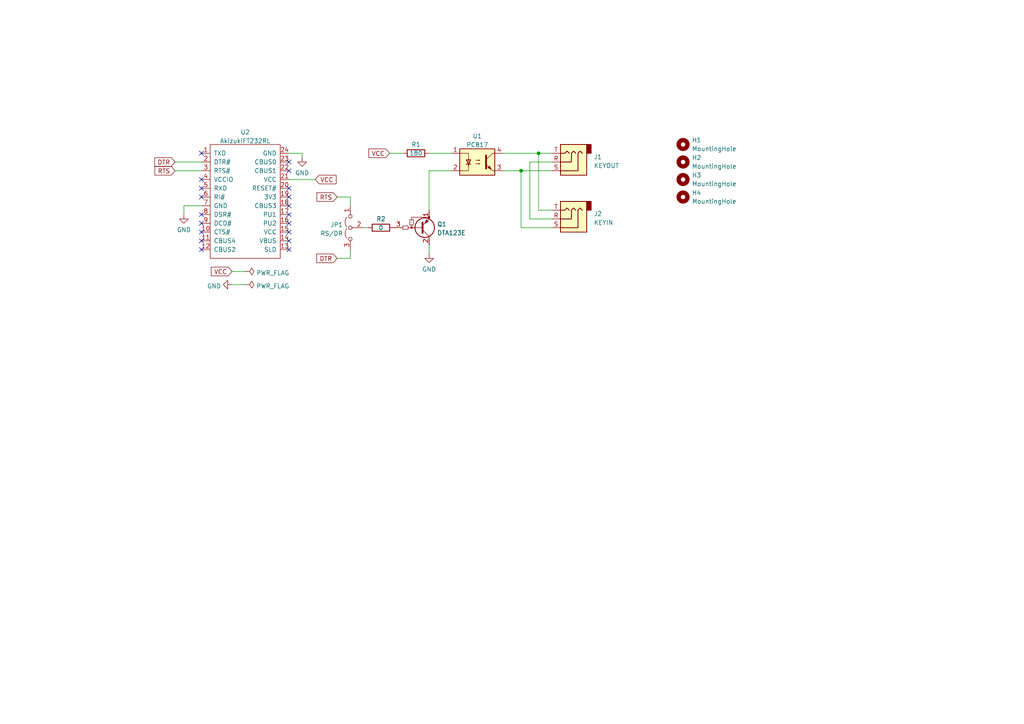
<source format=kicad_sch>
(kicad_sch (version 20211123) (generator eeschema)

  (uuid e63e39d7-6ac0-4ffd-8aa3-1841a4541b55)

  (paper "A4")

  (lib_symbols
    (symbol "Connector:AudioJack3" (in_bom yes) (on_board yes)
      (property "Reference" "J" (id 0) (at 0 8.89 0)
        (effects (font (size 1.27 1.27)))
      )
      (property "Value" "AudioJack3" (id 1) (at 0 6.35 0)
        (effects (font (size 1.27 1.27)))
      )
      (property "Footprint" "" (id 2) (at 0 0 0)
        (effects (font (size 1.27 1.27)) hide)
      )
      (property "Datasheet" "~" (id 3) (at 0 0 0)
        (effects (font (size 1.27 1.27)) hide)
      )
      (property "ki_keywords" "audio jack receptacle stereo headphones phones TRS connector" (id 4) (at 0 0 0)
        (effects (font (size 1.27 1.27)) hide)
      )
      (property "ki_description" "Audio Jack, 3 Poles (Stereo / TRS)" (id 5) (at 0 0 0)
        (effects (font (size 1.27 1.27)) hide)
      )
      (property "ki_fp_filters" "Jack*" (id 6) (at 0 0 0)
        (effects (font (size 1.27 1.27)) hide)
      )
      (symbol "AudioJack3_0_1"
        (rectangle (start -5.08 -5.08) (end -6.35 -2.54)
          (stroke (width 0.254) (type default) (color 0 0 0 0))
          (fill (type outline))
        )
        (polyline
          (pts
            (xy 0 -2.54)
            (xy 0.635 -3.175)
            (xy 1.27 -2.54)
            (xy 2.54 -2.54)
          )
          (stroke (width 0.254) (type default) (color 0 0 0 0))
          (fill (type none))
        )
        (polyline
          (pts
            (xy -1.905 -2.54)
            (xy -1.27 -3.175)
            (xy -0.635 -2.54)
            (xy -0.635 0)
            (xy 2.54 0)
          )
          (stroke (width 0.254) (type default) (color 0 0 0 0))
          (fill (type none))
        )
        (polyline
          (pts
            (xy 2.54 2.54)
            (xy -2.54 2.54)
            (xy -2.54 -2.54)
            (xy -3.175 -3.175)
            (xy -3.81 -2.54)
          )
          (stroke (width 0.254) (type default) (color 0 0 0 0))
          (fill (type none))
        )
        (rectangle (start 2.54 3.81) (end -5.08 -5.08)
          (stroke (width 0.254) (type default) (color 0 0 0 0))
          (fill (type background))
        )
      )
      (symbol "AudioJack3_1_1"
        (pin passive line (at 5.08 0 180) (length 2.54)
          (name "~" (effects (font (size 1.27 1.27))))
          (number "R" (effects (font (size 1.27 1.27))))
        )
        (pin passive line (at 5.08 2.54 180) (length 2.54)
          (name "~" (effects (font (size 1.27 1.27))))
          (number "S" (effects (font (size 1.27 1.27))))
        )
        (pin passive line (at 5.08 -2.54 180) (length 2.54)
          (name "~" (effects (font (size 1.27 1.27))))
          (number "T" (effects (font (size 1.27 1.27))))
        )
      )
    )
    (symbol "Device:Q_PNP_ECB_BRT" (pin_names hide) (in_bom yes) (on_board yes)
      (property "Reference" "Q" (id 0) (at 3.81 1.27 0)
        (effects (font (size 1.27 1.27)) (justify left))
      )
      (property "Value" "Q_PNP_ECB_BRT" (id 1) (at 3.81 -1.27 0)
        (effects (font (size 1.27 1.27)) (justify left))
      )
      (property "Footprint" "" (id 2) (at 0 0 0)
        (effects (font (size 1.27 1.27)) hide)
      )
      (property "Datasheet" "~" (id 3) (at 0 0 0)
        (effects (font (size 1.27 1.27)) hide)
      )
      (property "ki_keywords" "transistor PNP" (id 4) (at 0 0 0)
        (effects (font (size 1.27 1.27)) hide)
      )
      (property "ki_description" "PNP bias resistor transistor, emitter/collector/base" (id 5) (at 0 0 0)
        (effects (font (size 1.27 1.27)) hide)
      )
      (symbol "Q_PNP_ECB_BRT_0_1"
        (rectangle (start -6.35 0.508) (end -4.826 -0.508)
          (stroke (width 0) (type default) (color 0 0 0 0))
          (fill (type none))
        )
        (rectangle (start -4.318 -2.286) (end -3.302 -0.762)
          (stroke (width 0) (type default) (color 0 0 0 0))
          (fill (type none))
        )
        (circle (center -3.81 0) (radius 0.254)
          (stroke (width 0) (type default) (color 0 0 0 0))
          (fill (type outline))
        )
        (polyline
          (pts
            (xy -3.81 -0.762)
            (xy -3.81 0)
          )
          (stroke (width 0) (type default) (color 0 0 0 0))
          (fill (type none))
        )
        (polyline
          (pts
            (xy -0.762 0)
            (xy -4.826 0)
          )
          (stroke (width 0) (type default) (color 0 0 0 0))
          (fill (type none))
        )
        (polyline
          (pts
            (xy -0.635 1.524)
            (xy -0.635 -1.524)
          )
          (stroke (width 0.508) (type default) (color 0 0 0 0))
          (fill (type none))
        )
        (polyline
          (pts
            (xy -3.81 -2.286)
            (xy -3.81 -3.048)
            (xy 1.27 -3.048)
          )
          (stroke (width 0) (type default) (color 0 0 0 0))
          (fill (type none))
        )
        (polyline
          (pts
            (xy 1.016 -1.778)
            (xy 0.508 -2.286)
            (xy 0 -1.27)
            (xy 1.016 -1.778)
            (xy 1.016 -1.778)
          )
          (stroke (width 0) (type default) (color 0 0 0 0))
          (fill (type outline))
        )
        (circle (center 1.27 -3.048) (radius 0.254)
          (stroke (width 0) (type default) (color 0 0 0 0))
          (fill (type outline))
        )
      )
      (symbol "Q_PNP_ECB_BRT_1_1"
        (polyline
          (pts
            (xy -0.635 0.635)
            (xy 1.27 2.54)
          )
          (stroke (width 0) (type default) (color 0 0 0 0))
          (fill (type none))
        )
        (polyline
          (pts
            (xy -0.635 -0.635)
            (xy 1.27 -2.54)
            (xy 1.27 -2.54)
          )
          (stroke (width 0) (type default) (color 0 0 0 0))
          (fill (type none))
        )
        (circle (center 0 0) (radius 2.8194)
          (stroke (width 0.254) (type default) (color 0 0 0 0))
          (fill (type none))
        )
        (pin passive line (at 1.27 -5.08 90) (length 2.54)
          (name "E" (effects (font (size 1.27 1.27))))
          (number "1" (effects (font (size 1.27 1.27))))
        )
        (pin passive line (at 1.27 5.08 270) (length 2.54)
          (name "C" (effects (font (size 1.27 1.27))))
          (number "2" (effects (font (size 1.27 1.27))))
        )
        (pin input line (at -8.89 0 0) (length 2.54)
          (name "B" (effects (font (size 1.27 1.27))))
          (number "3" (effects (font (size 1.27 1.27))))
        )
      )
    )
    (symbol "Device:R" (pin_numbers hide) (pin_names (offset 0)) (in_bom yes) (on_board yes)
      (property "Reference" "R" (id 0) (at 2.032 0 90)
        (effects (font (size 1.27 1.27)))
      )
      (property "Value" "R" (id 1) (at 0 0 90)
        (effects (font (size 1.27 1.27)))
      )
      (property "Footprint" "" (id 2) (at -1.778 0 90)
        (effects (font (size 1.27 1.27)) hide)
      )
      (property "Datasheet" "~" (id 3) (at 0 0 0)
        (effects (font (size 1.27 1.27)) hide)
      )
      (property "ki_keywords" "R res resistor" (id 4) (at 0 0 0)
        (effects (font (size 1.27 1.27)) hide)
      )
      (property "ki_description" "Resistor" (id 5) (at 0 0 0)
        (effects (font (size 1.27 1.27)) hide)
      )
      (property "ki_fp_filters" "R_*" (id 6) (at 0 0 0)
        (effects (font (size 1.27 1.27)) hide)
      )
      (symbol "R_0_1"
        (rectangle (start -1.016 -2.54) (end 1.016 2.54)
          (stroke (width 0.254) (type default) (color 0 0 0 0))
          (fill (type none))
        )
      )
      (symbol "R_1_1"
        (pin passive line (at 0 3.81 270) (length 1.27)
          (name "~" (effects (font (size 1.27 1.27))))
          (number "1" (effects (font (size 1.27 1.27))))
        )
        (pin passive line (at 0 -3.81 90) (length 1.27)
          (name "~" (effects (font (size 1.27 1.27))))
          (number "2" (effects (font (size 1.27 1.27))))
        )
      )
    )
    (symbol "Isolator:TLP291" (in_bom yes) (on_board yes)
      (property "Reference" "U" (id 0) (at -5.08 5.08 0)
        (effects (font (size 1.27 1.27)) (justify left))
      )
      (property "Value" "TLP291" (id 1) (at 0 5.08 0)
        (effects (font (size 1.27 1.27)) (justify left))
      )
      (property "Footprint" "Package_SO:SOIC-4_4.55x2.6mm_P1.27mm" (id 2) (at -5.08 -5.08 0)
        (effects (font (size 1.27 1.27) italic) (justify left) hide)
      )
      (property "Datasheet" "https://toshiba.semicon-storage.com/info/docget.jsp?did=12884&prodName=TLP291" (id 3) (at 0 0 0)
        (effects (font (size 1.27 1.27)) (justify left) hide)
      )
      (property "ki_keywords" "NPN DC Optocoupler" (id 4) (at 0 0 0)
        (effects (font (size 1.27 1.27)) hide)
      )
      (property "ki_description" "DC Optocoupler, Vce 80V, CTR 50-100%, SOP4" (id 5) (at 0 0 0)
        (effects (font (size 1.27 1.27)) hide)
      )
      (property "ki_fp_filters" "SOIC*4.55x2.6mm*P1.27mm*" (id 6) (at 0 0 0)
        (effects (font (size 1.27 1.27)) hide)
      )
      (symbol "TLP291_0_1"
        (rectangle (start -5.08 3.81) (end 5.08 -3.81)
          (stroke (width 0.254) (type default) (color 0 0 0 0))
          (fill (type background))
        )
        (polyline
          (pts
            (xy -3.175 -0.635)
            (xy -1.905 -0.635)
          )
          (stroke (width 0.254) (type default) (color 0 0 0 0))
          (fill (type none))
        )
        (polyline
          (pts
            (xy 2.54 0.635)
            (xy 4.445 2.54)
          )
          (stroke (width 0) (type default) (color 0 0 0 0))
          (fill (type none))
        )
        (polyline
          (pts
            (xy 4.445 -2.54)
            (xy 2.54 -0.635)
          )
          (stroke (width 0) (type default) (color 0 0 0 0))
          (fill (type outline))
        )
        (polyline
          (pts
            (xy 4.445 -2.54)
            (xy 5.08 -2.54)
          )
          (stroke (width 0) (type default) (color 0 0 0 0))
          (fill (type none))
        )
        (polyline
          (pts
            (xy 4.445 2.54)
            (xy 5.08 2.54)
          )
          (stroke (width 0) (type default) (color 0 0 0 0))
          (fill (type none))
        )
        (polyline
          (pts
            (xy -2.54 -0.635)
            (xy -2.54 -2.54)
            (xy -5.08 -2.54)
          )
          (stroke (width 0) (type default) (color 0 0 0 0))
          (fill (type none))
        )
        (polyline
          (pts
            (xy 2.54 1.905)
            (xy 2.54 -1.905)
            (xy 2.54 -1.905)
          )
          (stroke (width 0.508) (type default) (color 0 0 0 0))
          (fill (type none))
        )
        (polyline
          (pts
            (xy -5.08 2.54)
            (xy -2.54 2.54)
            (xy -2.54 -1.27)
            (xy -2.54 0.635)
          )
          (stroke (width 0) (type default) (color 0 0 0 0))
          (fill (type none))
        )
        (polyline
          (pts
            (xy -2.54 -0.635)
            (xy -3.175 0.635)
            (xy -1.905 0.635)
            (xy -2.54 -0.635)
          )
          (stroke (width 0.254) (type default) (color 0 0 0 0))
          (fill (type none))
        )
        (polyline
          (pts
            (xy -0.508 -0.508)
            (xy 0.762 -0.508)
            (xy 0.381 -0.635)
            (xy 0.381 -0.381)
            (xy 0.762 -0.508)
          )
          (stroke (width 0) (type default) (color 0 0 0 0))
          (fill (type none))
        )
        (polyline
          (pts
            (xy -0.508 0.508)
            (xy 0.762 0.508)
            (xy 0.381 0.381)
            (xy 0.381 0.635)
            (xy 0.762 0.508)
          )
          (stroke (width 0) (type default) (color 0 0 0 0))
          (fill (type none))
        )
        (polyline
          (pts
            (xy 3.048 -1.651)
            (xy 3.556 -1.143)
            (xy 4.064 -2.159)
            (xy 3.048 -1.651)
            (xy 3.048 -1.651)
          )
          (stroke (width 0) (type default) (color 0 0 0 0))
          (fill (type outline))
        )
      )
      (symbol "TLP291_1_1"
        (pin passive line (at -7.62 2.54 0) (length 2.54)
          (name "~" (effects (font (size 1.27 1.27))))
          (number "1" (effects (font (size 1.27 1.27))))
        )
        (pin passive line (at -7.62 -2.54 0) (length 2.54)
          (name "~" (effects (font (size 1.27 1.27))))
          (number "2" (effects (font (size 1.27 1.27))))
        )
        (pin passive line (at 7.62 -2.54 180) (length 2.54)
          (name "~" (effects (font (size 1.27 1.27))))
          (number "3" (effects (font (size 1.27 1.27))))
        )
        (pin passive line (at 7.62 2.54 180) (length 2.54)
          (name "~" (effects (font (size 1.27 1.27))))
          (number "4" (effects (font (size 1.27 1.27))))
        )
      )
    )
    (symbol "Jumper:Jumper_3_Open" (pin_names (offset 0) hide) (in_bom yes) (on_board yes)
      (property "Reference" "JP" (id 0) (at -2.54 -2.54 0)
        (effects (font (size 1.27 1.27)))
      )
      (property "Value" "Jumper_3_Open" (id 1) (at 0 2.794 0)
        (effects (font (size 1.27 1.27)))
      )
      (property "Footprint" "" (id 2) (at 0 0 0)
        (effects (font (size 1.27 1.27)) hide)
      )
      (property "Datasheet" "~" (id 3) (at 0 0 0)
        (effects (font (size 1.27 1.27)) hide)
      )
      (property "ki_keywords" "Jumper SPDT" (id 4) (at 0 0 0)
        (effects (font (size 1.27 1.27)) hide)
      )
      (property "ki_description" "Jumper, 3-pole, both open" (id 5) (at 0 0 0)
        (effects (font (size 1.27 1.27)) hide)
      )
      (property "ki_fp_filters" "Jumper* TestPoint*3Pads* TestPoint*Bridge*" (id 6) (at 0 0 0)
        (effects (font (size 1.27 1.27)) hide)
      )
      (symbol "Jumper_3_Open_0_0"
        (circle (center -3.302 0) (radius 0.508)
          (stroke (width 0) (type default) (color 0 0 0 0))
          (fill (type none))
        )
        (circle (center 0 0) (radius 0.508)
          (stroke (width 0) (type default) (color 0 0 0 0))
          (fill (type none))
        )
        (circle (center 3.302 0) (radius 0.508)
          (stroke (width 0) (type default) (color 0 0 0 0))
          (fill (type none))
        )
      )
      (symbol "Jumper_3_Open_0_1"
        (arc (start -0.254 1.016) (mid -1.651 1.4992) (end -3.048 1.016)
          (stroke (width 0) (type default) (color 0 0 0 0))
          (fill (type none))
        )
        (polyline
          (pts
            (xy 0 -0.508)
            (xy 0 -1.27)
          )
          (stroke (width 0) (type default) (color 0 0 0 0))
          (fill (type none))
        )
        (arc (start 3.048 1.016) (mid 1.651 1.4992) (end 0.254 1.016)
          (stroke (width 0) (type default) (color 0 0 0 0))
          (fill (type none))
        )
      )
      (symbol "Jumper_3_Open_1_1"
        (pin passive line (at -6.35 0 0) (length 2.54)
          (name "A" (effects (font (size 1.27 1.27))))
          (number "1" (effects (font (size 1.27 1.27))))
        )
        (pin passive line (at 0 -3.81 90) (length 2.54)
          (name "C" (effects (font (size 1.27 1.27))))
          (number "2" (effects (font (size 1.27 1.27))))
        )
        (pin passive line (at 6.35 0 180) (length 2.54)
          (name "B" (effects (font (size 1.27 1.27))))
          (number "3" (effects (font (size 1.27 1.27))))
        )
      )
    )
    (symbol "Local_Library:AkizukiFT232RL" (pin_names (offset 1.016)) (in_bom yes) (on_board yes)
      (property "Reference" "U2" (id 0) (at 0 21.3528 0)
        (effects (font (size 1.27 1.27)))
      )
      (property "Value" "AkizukiFT232RL" (id 1) (at 0 18.8159 0)
        (effects (font (size 1.27 1.27)))
      )
      (property "Footprint" "Package_DIP:DIP-24_W15.24mm_Socket_LongPads" (id 2) (at 0 -20.32 0)
        (effects (font (size 1.27 1.27)) hide)
      )
      (property "Datasheet" "" (id 3) (at 0 0 0)
        (effects (font (size 1.27 1.27)) hide)
      )
      (symbol "AkizukiFT232RL_0_0"
        (pin output line (at -12.7 15.24 0) (length 2.54)
          (name "TXD" (effects (font (size 1.27 1.27))))
          (number "1" (effects (font (size 1.27 1.27))))
        )
        (pin input line (at -12.7 -7.62 0) (length 2.54)
          (name "CTS#" (effects (font (size 1.27 1.27))))
          (number "10" (effects (font (size 1.27 1.27))))
        )
        (pin bidirectional line (at -12.7 -10.16 0) (length 2.54)
          (name "CBUS4" (effects (font (size 1.27 1.27))))
          (number "11" (effects (font (size 1.27 1.27))))
        )
        (pin bidirectional line (at -12.7 -12.7 0) (length 2.54)
          (name "CBUS2" (effects (font (size 1.27 1.27))))
          (number "12" (effects (font (size 1.27 1.27))))
        )
        (pin bidirectional line (at 12.7 -12.7 180) (length 2.54)
          (name "SLD" (effects (font (size 1.27 1.27))))
          (number "13" (effects (font (size 1.27 1.27))))
        )
        (pin power_out line (at 12.7 -10.16 180) (length 2.54)
          (name "VBUS" (effects (font (size 1.27 1.27))))
          (number "14" (effects (font (size 1.27 1.27))))
        )
        (pin power_in line (at 12.7 -7.62 180) (length 2.54)
          (name "VCC" (effects (font (size 1.27 1.27))))
          (number "15" (effects (font (size 1.27 1.27))))
        )
        (pin bidirectional line (at 12.7 -5.08 180) (length 2.54)
          (name "PU2" (effects (font (size 1.27 1.27))))
          (number "16" (effects (font (size 1.27 1.27))))
        )
        (pin bidirectional line (at 12.7 -2.54 180) (length 2.54)
          (name "PU1" (effects (font (size 1.27 1.27))))
          (number "17" (effects (font (size 1.27 1.27))))
        )
        (pin bidirectional line (at 12.7 0 180) (length 2.54)
          (name "CBUS3" (effects (font (size 1.27 1.27))))
          (number "18" (effects (font (size 1.27 1.27))))
        )
        (pin power_out line (at 12.7 2.54 180) (length 2.54)
          (name "3V3" (effects (font (size 1.27 1.27))))
          (number "19" (effects (font (size 1.27 1.27))))
        )
        (pin output line (at -12.7 12.7 0) (length 2.54)
          (name "DTR#" (effects (font (size 1.27 1.27))))
          (number "2" (effects (font (size 1.27 1.27))))
        )
        (pin input line (at 12.7 5.08 180) (length 2.54)
          (name "RESET#" (effects (font (size 1.27 1.27))))
          (number "20" (effects (font (size 1.27 1.27))))
        )
        (pin power_in line (at 12.7 7.62 180) (length 2.54)
          (name "VCC" (effects (font (size 1.27 1.27))))
          (number "21" (effects (font (size 1.27 1.27))))
        )
        (pin bidirectional line (at 12.7 10.16 180) (length 2.54)
          (name "CBUS1" (effects (font (size 1.27 1.27))))
          (number "22" (effects (font (size 1.27 1.27))))
        )
        (pin bidirectional line (at 12.7 12.7 180) (length 2.54)
          (name "CBUS0" (effects (font (size 1.27 1.27))))
          (number "23" (effects (font (size 1.27 1.27))))
        )
        (pin passive line (at 12.7 15.24 180) (length 2.54)
          (name "GND" (effects (font (size 1.27 1.27))))
          (number "24" (effects (font (size 1.27 1.27))))
        )
        (pin output line (at -12.7 10.16 0) (length 2.54)
          (name "RTS#" (effects (font (size 1.27 1.27))))
          (number "3" (effects (font (size 1.27 1.27))))
        )
        (pin power_out line (at -12.7 7.62 0) (length 2.54)
          (name "VCCIO" (effects (font (size 1.27 1.27))))
          (number "4" (effects (font (size 1.27 1.27))))
        )
        (pin input line (at -12.7 5.08 0) (length 2.54)
          (name "RXD" (effects (font (size 1.27 1.27))))
          (number "5" (effects (font (size 1.27 1.27))))
        )
        (pin input line (at -12.7 2.54 0) (length 2.54)
          (name "RI#" (effects (font (size 1.27 1.27))))
          (number "6" (effects (font (size 1.27 1.27))))
        )
        (pin passive line (at -12.7 0 0) (length 2.54)
          (name "GND" (effects (font (size 1.27 1.27))))
          (number "7" (effects (font (size 1.27 1.27))))
        )
        (pin input line (at -12.7 -2.54 0) (length 2.54)
          (name "DSR#" (effects (font (size 1.27 1.27))))
          (number "8" (effects (font (size 1.27 1.27))))
        )
        (pin input line (at -12.7 -5.08 0) (length 2.54)
          (name "DCD#" (effects (font (size 1.27 1.27))))
          (number "9" (effects (font (size 1.27 1.27))))
        )
      )
      (symbol "AkizukiFT232RL_0_1"
        (rectangle (start -10.16 -15.24) (end -10.16 17.78)
          (stroke (width 0) (type default) (color 0 0 0 0))
          (fill (type none))
        )
        (rectangle (start -10.16 17.78) (end 10.16 17.78)
          (stroke (width 0) (type default) (color 0 0 0 0))
          (fill (type none))
        )
        (rectangle (start 10.16 -15.24) (end -10.16 -15.24)
          (stroke (width 0) (type default) (color 0 0 0 0))
          (fill (type none))
        )
        (rectangle (start 10.16 17.78) (end 10.16 -15.24)
          (stroke (width 0) (type default) (color 0 0 0 0))
          (fill (type none))
        )
      )
    )
    (symbol "Mechanical:MountingHole" (pin_names (offset 1.016)) (in_bom yes) (on_board yes)
      (property "Reference" "H" (id 0) (at 0 5.08 0)
        (effects (font (size 1.27 1.27)))
      )
      (property "Value" "MountingHole" (id 1) (at 0 3.175 0)
        (effects (font (size 1.27 1.27)))
      )
      (property "Footprint" "" (id 2) (at 0 0 0)
        (effects (font (size 1.27 1.27)) hide)
      )
      (property "Datasheet" "~" (id 3) (at 0 0 0)
        (effects (font (size 1.27 1.27)) hide)
      )
      (property "ki_keywords" "mounting hole" (id 4) (at 0 0 0)
        (effects (font (size 1.27 1.27)) hide)
      )
      (property "ki_description" "Mounting Hole without connection" (id 5) (at 0 0 0)
        (effects (font (size 1.27 1.27)) hide)
      )
      (property "ki_fp_filters" "MountingHole*" (id 6) (at 0 0 0)
        (effects (font (size 1.27 1.27)) hide)
      )
      (symbol "MountingHole_0_1"
        (circle (center 0 0) (radius 1.27)
          (stroke (width 1.27) (type default) (color 0 0 0 0))
          (fill (type none))
        )
      )
    )
    (symbol "power:GND" (power) (pin_names (offset 0)) (in_bom yes) (on_board yes)
      (property "Reference" "#PWR" (id 0) (at 0 -6.35 0)
        (effects (font (size 1.27 1.27)) hide)
      )
      (property "Value" "GND" (id 1) (at 0 -3.81 0)
        (effects (font (size 1.27 1.27)))
      )
      (property "Footprint" "" (id 2) (at 0 0 0)
        (effects (font (size 1.27 1.27)) hide)
      )
      (property "Datasheet" "" (id 3) (at 0 0 0)
        (effects (font (size 1.27 1.27)) hide)
      )
      (property "ki_keywords" "power-flag" (id 4) (at 0 0 0)
        (effects (font (size 1.27 1.27)) hide)
      )
      (property "ki_description" "Power symbol creates a global label with name \"GND\" , ground" (id 5) (at 0 0 0)
        (effects (font (size 1.27 1.27)) hide)
      )
      (symbol "GND_0_1"
        (polyline
          (pts
            (xy 0 0)
            (xy 0 -1.27)
            (xy 1.27 -1.27)
            (xy 0 -2.54)
            (xy -1.27 -1.27)
            (xy 0 -1.27)
          )
          (stroke (width 0) (type default) (color 0 0 0 0))
          (fill (type none))
        )
      )
      (symbol "GND_1_1"
        (pin power_in line (at 0 0 270) (length 0) hide
          (name "GND" (effects (font (size 1.27 1.27))))
          (number "1" (effects (font (size 1.27 1.27))))
        )
      )
    )
    (symbol "power:PWR_FLAG" (power) (pin_numbers hide) (pin_names (offset 0) hide) (in_bom yes) (on_board yes)
      (property "Reference" "#FLG" (id 0) (at 0 1.905 0)
        (effects (font (size 1.27 1.27)) hide)
      )
      (property "Value" "PWR_FLAG" (id 1) (at 0 3.81 0)
        (effects (font (size 1.27 1.27)))
      )
      (property "Footprint" "" (id 2) (at 0 0 0)
        (effects (font (size 1.27 1.27)) hide)
      )
      (property "Datasheet" "~" (id 3) (at 0 0 0)
        (effects (font (size 1.27 1.27)) hide)
      )
      (property "ki_keywords" "power-flag" (id 4) (at 0 0 0)
        (effects (font (size 1.27 1.27)) hide)
      )
      (property "ki_description" "Special symbol for telling ERC where power comes from" (id 5) (at 0 0 0)
        (effects (font (size 1.27 1.27)) hide)
      )
      (symbol "PWR_FLAG_0_0"
        (pin power_out line (at 0 0 90) (length 0)
          (name "pwr" (effects (font (size 1.27 1.27))))
          (number "1" (effects (font (size 1.27 1.27))))
        )
      )
      (symbol "PWR_FLAG_0_1"
        (polyline
          (pts
            (xy 0 0)
            (xy 0 1.27)
            (xy -1.016 1.905)
            (xy 0 2.54)
            (xy 1.016 1.905)
            (xy 0 1.27)
          )
          (stroke (width 0) (type default) (color 0 0 0 0))
          (fill (type none))
        )
      )
    )
  )

  (junction (at 156.21 44.45) (diameter 0) (color 0 0 0 0)
    (uuid 043c10d0-b811-440f-a170-d61296788542)
  )
  (junction (at 151.13 49.53) (diameter 0) (color 0 0 0 0)
    (uuid 1d5b74f2-c047-40d3-be7e-8febc780acb3)
  )

  (no_connect (at 58.42 44.45) (uuid fce65fdb-acf8-4d3b-92e6-e1c270eac8c8))
  (no_connect (at 58.42 72.39) (uuid fce65fdb-acf8-4d3b-92e6-e1c270eac8c9))
  (no_connect (at 58.42 57.15) (uuid fce65fdb-acf8-4d3b-92e6-e1c270eac8ca))
  (no_connect (at 58.42 54.61) (uuid fce65fdb-acf8-4d3b-92e6-e1c270eac8cb))
  (no_connect (at 58.42 69.85) (uuid fce65fdb-acf8-4d3b-92e6-e1c270eac8cc))
  (no_connect (at 58.42 52.07) (uuid fce65fdb-acf8-4d3b-92e6-e1c270eac8cd))
  (no_connect (at 83.82 57.15) (uuid fce65fdb-acf8-4d3b-92e6-e1c270eac8ce))
  (no_connect (at 83.82 49.53) (uuid fce65fdb-acf8-4d3b-92e6-e1c270eac8cf))
  (no_connect (at 83.82 54.61) (uuid fce65fdb-acf8-4d3b-92e6-e1c270eac8d0))
  (no_connect (at 83.82 46.99) (uuid fce65fdb-acf8-4d3b-92e6-e1c270eac8d1))
  (no_connect (at 83.82 64.77) (uuid fce65fdb-acf8-4d3b-92e6-e1c270eac8d2))
  (no_connect (at 83.82 69.85) (uuid fce65fdb-acf8-4d3b-92e6-e1c270eac8d3))
  (no_connect (at 83.82 67.31) (uuid fce65fdb-acf8-4d3b-92e6-e1c270eac8d4))
  (no_connect (at 83.82 62.23) (uuid fce65fdb-acf8-4d3b-92e6-e1c270eac8d5))
  (no_connect (at 83.82 72.39) (uuid fce65fdb-acf8-4d3b-92e6-e1c270eac8d6))
  (no_connect (at 83.82 59.69) (uuid fce65fdb-acf8-4d3b-92e6-e1c270eac8d7))
  (no_connect (at 58.42 62.23) (uuid fce65fdb-acf8-4d3b-92e6-e1c270eac8d8))
  (no_connect (at 58.42 67.31) (uuid fce65fdb-acf8-4d3b-92e6-e1c270eac8d9))
  (no_connect (at 58.42 64.77) (uuid fce65fdb-acf8-4d3b-92e6-e1c270eac8da))

  (wire (pts (xy 53.34 59.69) (xy 58.42 59.69))
    (stroke (width 0) (type default) (color 0 0 0 0))
    (uuid 010924c6-c655-4fce-8de4-1a9f97a983be)
  )
  (wire (pts (xy 101.6 59.69) (xy 101.6 57.15))
    (stroke (width 0) (type default) (color 0 0 0 0))
    (uuid 07a8d5d0-3d2c-4568-9580-6f55dc82836e)
  )
  (wire (pts (xy 58.42 49.53) (xy 50.8 49.53))
    (stroke (width 0) (type default) (color 0 0 0 0))
    (uuid 07e40f7e-4637-4df8-9504-10dca5ff6ec9)
  )
  (wire (pts (xy 153.67 46.99) (xy 160.02 46.99))
    (stroke (width 0) (type default) (color 0 0 0 0))
    (uuid 092544de-6974-4950-9bd6-9d4976d9781b)
  )
  (wire (pts (xy 87.63 44.45) (xy 83.82 44.45))
    (stroke (width 0) (type default) (color 0 0 0 0))
    (uuid 13e2a9f6-c29f-439a-84e1-9ebe92253762)
  )
  (wire (pts (xy 151.13 49.53) (xy 146.05 49.53))
    (stroke (width 0) (type default) (color 0 0 0 0))
    (uuid 1bf9d445-842d-4175-a2ea-d6d7662d4a49)
  )
  (wire (pts (xy 124.46 49.53) (xy 124.46 60.96))
    (stroke (width 0) (type default) (color 0 0 0 0))
    (uuid 1d803098-e280-4368-b1e5-dd5f07fa7637)
  )
  (wire (pts (xy 101.6 57.15) (xy 97.79 57.15))
    (stroke (width 0) (type default) (color 0 0 0 0))
    (uuid 2487bf34-e01e-4a31-b219-6781f974856f)
  )
  (wire (pts (xy 71.12 78.74) (xy 67.31 78.74))
    (stroke (width 0) (type default) (color 0 0 0 0))
    (uuid 2ca0d909-8ccd-46b0-a7d9-47a1c8442027)
  )
  (wire (pts (xy 151.13 49.53) (xy 151.13 66.04))
    (stroke (width 0) (type default) (color 0 0 0 0))
    (uuid 4b44efab-2da2-40ca-8b7a-a5c1b9785232)
  )
  (wire (pts (xy 105.41 66.04) (xy 106.68 66.04))
    (stroke (width 0) (type default) (color 0 0 0 0))
    (uuid 4e7128d9-d6b6-4ef0-a24a-ffcd3d1a045a)
  )
  (wire (pts (xy 101.6 74.93) (xy 97.79 74.93))
    (stroke (width 0) (type default) (color 0 0 0 0))
    (uuid 52ba507e-6032-4ec8-b59f-eefd19482a25)
  )
  (wire (pts (xy 151.13 66.04) (xy 160.02 66.04))
    (stroke (width 0) (type default) (color 0 0 0 0))
    (uuid 5cbeaa29-b2b3-4571-b462-6054bbef21f2)
  )
  (wire (pts (xy 116.84 44.45) (xy 113.03 44.45))
    (stroke (width 0) (type default) (color 0 0 0 0))
    (uuid 65a7907a-0e1b-4642-9ecb-899793f6d942)
  )
  (wire (pts (xy 160.02 63.5) (xy 153.67 63.5))
    (stroke (width 0) (type default) (color 0 0 0 0))
    (uuid 6d99816b-032c-48d8-b4b5-ffb4cd1f6268)
  )
  (wire (pts (xy 87.63 45.72) (xy 87.63 44.45))
    (stroke (width 0) (type default) (color 0 0 0 0))
    (uuid 791f3b69-2da6-41b4-ab1a-9c025ea5fc0a)
  )
  (wire (pts (xy 50.8 46.99) (xy 58.42 46.99))
    (stroke (width 0) (type default) (color 0 0 0 0))
    (uuid 89bf06b7-54d3-4a33-ab59-fd85ffa86c64)
  )
  (wire (pts (xy 156.21 60.96) (xy 156.21 44.45))
    (stroke (width 0) (type default) (color 0 0 0 0))
    (uuid 8b6328dc-57d0-4ab4-83d7-ca7d1f5550d2)
  )
  (wire (pts (xy 91.44 52.07) (xy 83.82 52.07))
    (stroke (width 0) (type default) (color 0 0 0 0))
    (uuid 8bdaae3c-d0c1-4ea0-b045-f5529f64cb75)
  )
  (wire (pts (xy 160.02 44.45) (xy 156.21 44.45))
    (stroke (width 0) (type default) (color 0 0 0 0))
    (uuid 94df581f-7893-4f20-8f6c-e43a6221099e)
  )
  (wire (pts (xy 153.67 63.5) (xy 153.67 46.99))
    (stroke (width 0) (type default) (color 0 0 0 0))
    (uuid a4fb8699-21e4-46a9-bee0-f6e6f0979fbe)
  )
  (wire (pts (xy 71.12 82.55) (xy 67.31 82.55))
    (stroke (width 0) (type default) (color 0 0 0 0))
    (uuid a7395058-3ffd-428b-8a48-4384f3415414)
  )
  (wire (pts (xy 124.46 71.12) (xy 124.46 73.66))
    (stroke (width 0) (type default) (color 0 0 0 0))
    (uuid aeaf8e56-a6cf-42a9-9a9c-d076dee1a7f0)
  )
  (wire (pts (xy 53.34 62.23) (xy 53.34 59.69))
    (stroke (width 0) (type default) (color 0 0 0 0))
    (uuid c9aa9801-c3ca-4ede-a868-3320bbaaa597)
  )
  (wire (pts (xy 160.02 49.53) (xy 151.13 49.53))
    (stroke (width 0) (type default) (color 0 0 0 0))
    (uuid d846d821-5618-44c1-8b01-6db0225ee7d9)
  )
  (wire (pts (xy 156.21 44.45) (xy 146.05 44.45))
    (stroke (width 0) (type default) (color 0 0 0 0))
    (uuid dd6bf3b0-8fa7-48b5-ad7c-156294430735)
  )
  (wire (pts (xy 130.81 44.45) (xy 124.46 44.45))
    (stroke (width 0) (type default) (color 0 0 0 0))
    (uuid e0ea941b-af96-4d77-a2ba-29b26b6d0102)
  )
  (wire (pts (xy 130.81 49.53) (xy 124.46 49.53))
    (stroke (width 0) (type default) (color 0 0 0 0))
    (uuid e49fd8b2-c2b1-4736-b778-de0a23060e68)
  )
  (wire (pts (xy 160.02 60.96) (xy 156.21 60.96))
    (stroke (width 0) (type default) (color 0 0 0 0))
    (uuid e85196f9-888a-48e0-9070-39f627f13008)
  )
  (wire (pts (xy 101.6 72.39) (xy 101.6 74.93))
    (stroke (width 0) (type default) (color 0 0 0 0))
    (uuid f38cb788-37ee-44b4-88c3-7f74e8081fbf)
  )

  (global_label "RTS" (shape input) (at 97.79 57.15 180) (fields_autoplaced)
    (effects (font (size 1.27 1.27)) (justify right))
    (uuid 4bd3c560-bbb4-4e0b-bdd1-f1bededca005)
    (property "Intersheet References" "${INTERSHEET_REFS}" (id 0) (at 91.9298 57.0706 0)
      (effects (font (size 1.27 1.27)) (justify right) hide)
    )
  )
  (global_label "RTS" (shape input) (at 50.8 49.53 180) (fields_autoplaced)
    (effects (font (size 1.27 1.27)) (justify right))
    (uuid 62669f86-e150-4df7-ac07-e12bc33fce75)
    (property "Intersheet References" "${INTERSHEET_REFS}" (id 0) (at 44.9398 49.4506 0)
      (effects (font (size 1.27 1.27)) (justify right) hide)
    )
  )
  (global_label "VCC" (shape input) (at 91.44 52.07 0) (fields_autoplaced)
    (effects (font (size 1.27 1.27)) (justify left))
    (uuid a5927497-7740-48c1-abf6-c7abd598ede7)
    (property "Intersheet References" "${INTERSHEET_REFS}" (id 0) (at 97.4817 51.9906 0)
      (effects (font (size 1.27 1.27)) (justify left) hide)
    )
  )
  (global_label "DTR" (shape input) (at 50.8 46.99 180) (fields_autoplaced)
    (effects (font (size 1.27 1.27)) (justify right))
    (uuid a8fdb618-7787-45c5-81c9-002223d8ae08)
    (property "Intersheet References" "${INTERSHEET_REFS}" (id 0) (at 44.8793 46.9106 0)
      (effects (font (size 1.27 1.27)) (justify right) hide)
    )
  )
  (global_label "VCC" (shape input) (at 67.31 78.74 180) (fields_autoplaced)
    (effects (font (size 1.27 1.27)) (justify right))
    (uuid b0d3d0c3-4ede-4050-81c3-3a301623504b)
    (property "Intersheet References" "${INTERSHEET_REFS}" (id 0) (at 61.2683 78.8194 0)
      (effects (font (size 1.27 1.27)) (justify right) hide)
    )
  )
  (global_label "VCC" (shape input) (at 113.03 44.45 180) (fields_autoplaced)
    (effects (font (size 1.27 1.27)) (justify right))
    (uuid d52dc9bd-feaf-44dd-8f50-51eeb9a414a6)
    (property "Intersheet References" "${INTERSHEET_REFS}" (id 0) (at 106.9883 44.5294 0)
      (effects (font (size 1.27 1.27)) (justify right) hide)
    )
  )
  (global_label "DTR" (shape input) (at 97.79 74.93 180) (fields_autoplaced)
    (effects (font (size 1.27 1.27)) (justify right))
    (uuid ee4cbe6d-aa1a-4087-95a6-102c900f9553)
    (property "Intersheet References" "${INTERSHEET_REFS}" (id 0) (at 91.8693 74.8506 0)
      (effects (font (size 1.27 1.27)) (justify right) hide)
    )
  )

  (symbol (lib_id "Mechanical:MountingHole") (at 198.12 41.91 0) (unit 1)
    (in_bom yes) (on_board yes) (fields_autoplaced)
    (uuid 023dea53-97b5-4021-a88f-eb38bbd65088)
    (property "Reference" "H1" (id 0) (at 200.66 40.6399 0)
      (effects (font (size 1.27 1.27)) (justify left))
    )
    (property "Value" "MountingHole" (id 1) (at 200.66 43.1799 0)
      (effects (font (size 1.27 1.27)) (justify left))
    )
    (property "Footprint" "MountingHole:MountingHole_3.2mm_M3" (id 2) (at 198.12 41.91 0)
      (effects (font (size 1.27 1.27)) hide)
    )
    (property "Datasheet" "~" (id 3) (at 198.12 41.91 0)
      (effects (font (size 1.27 1.27)) hide)
    )
  )

  (symbol (lib_id "Connector:AudioJack3") (at 165.1 46.99 180) (unit 1)
    (in_bom yes) (on_board yes) (fields_autoplaced)
    (uuid 0ecaed97-ede6-4a10-a50c-ce0bd4aba35d)
    (property "Reference" "J1" (id 0) (at 172.212 45.5203 0)
      (effects (font (size 1.27 1.27)) (justify right))
    )
    (property "Value" "KEYOUT" (id 1) (at 172.212 48.0572 0)
      (effects (font (size 1.27 1.27)) (justify right))
    )
    (property "Footprint" "Library:MJ-352W-0" (id 2) (at 165.1 46.99 0)
      (effects (font (size 1.27 1.27)) hide)
    )
    (property "Datasheet" "~" (id 3) (at 165.1 46.99 0)
      (effects (font (size 1.27 1.27)) hide)
    )
    (pin "R" (uuid 25173c31-aaa2-4471-94c0-f4a435134521))
    (pin "S" (uuid a11a4970-12e7-4d5c-b197-2f9ea717d0d8))
    (pin "T" (uuid 6cd5ab09-b2a2-4f48-a915-c359f2032182))
  )

  (symbol (lib_id "Mechanical:MountingHole") (at 198.12 57.15 0) (unit 1)
    (in_bom yes) (on_board yes) (fields_autoplaced)
    (uuid 15b8a567-ac77-448b-b34a-8245afcb861a)
    (property "Reference" "H4" (id 0) (at 200.66 55.8799 0)
      (effects (font (size 1.27 1.27)) (justify left))
    )
    (property "Value" "MountingHole" (id 1) (at 200.66 58.4199 0)
      (effects (font (size 1.27 1.27)) (justify left))
    )
    (property "Footprint" "MountingHole:MountingHole_3.2mm_M3" (id 2) (at 198.12 57.15 0)
      (effects (font (size 1.27 1.27)) hide)
    )
    (property "Datasheet" "~" (id 3) (at 198.12 57.15 0)
      (effects (font (size 1.27 1.27)) hide)
    )
  )

  (symbol (lib_id "power:GND") (at 87.63 45.72 0) (unit 1)
    (in_bom yes) (on_board yes) (fields_autoplaced)
    (uuid 31798dd5-18c3-4955-bb05-188be9d90043)
    (property "Reference" "#PWR01" (id 0) (at 87.63 52.07 0)
      (effects (font (size 1.27 1.27)) hide)
    )
    (property "Value" "GND" (id 1) (at 87.63 50.1634 0))
    (property "Footprint" "" (id 2) (at 87.63 45.72 0)
      (effects (font (size 1.27 1.27)) hide)
    )
    (property "Datasheet" "" (id 3) (at 87.63 45.72 0)
      (effects (font (size 1.27 1.27)) hide)
    )
    (pin "1" (uuid 8ae2850b-4c99-4093-b171-207d133efd43))
  )

  (symbol (lib_id "Device:R") (at 110.49 66.04 90) (unit 1)
    (in_bom yes) (on_board yes)
    (uuid 4c6c18f4-a54a-4b04-aa8f-3dd683fd3e89)
    (property "Reference" "R2" (id 0) (at 110.49 63.5 90))
    (property "Value" "0" (id 1) (at 110.49 66.04 90))
    (property "Footprint" "Resistor_THT:R_Axial_DIN0207_L6.3mm_D2.5mm_P7.62mm_Horizontal" (id 2) (at 110.49 67.818 90)
      (effects (font (size 1.27 1.27)) hide)
    )
    (property "Datasheet" "~" (id 3) (at 110.49 66.04 0)
      (effects (font (size 1.27 1.27)) hide)
    )
    (pin "1" (uuid c87033ea-5838-46a8-b844-561c0e223673))
    (pin "2" (uuid 23a63959-98e0-414f-b6b1-8b186ac4376c))
  )

  (symbol (lib_id "Isolator:TLP291") (at 138.43 46.99 0) (unit 1)
    (in_bom yes) (on_board yes) (fields_autoplaced)
    (uuid 57eaa4a1-6701-4025-ac25-d1bfc14331f5)
    (property "Reference" "U1" (id 0) (at 138.43 39.4802 0))
    (property "Value" "PC817" (id 1) (at 138.43 42.0171 0))
    (property "Footprint" "Package_DIP:DIP-4_W7.62mm_Socket_LongPads" (id 2) (at 133.35 52.07 0)
      (effects (font (size 1.27 1.27) italic) (justify left) hide)
    )
    (property "Datasheet" "https://toshiba.semicon-storage.com/info/docget.jsp?did=12884&prodName=TLP291" (id 3) (at 138.43 46.99 0)
      (effects (font (size 1.27 1.27)) (justify left) hide)
    )
    (pin "1" (uuid 32ffc017-45b8-4287-9010-ce8e6301a920))
    (pin "2" (uuid 28915f58-6b18-4769-9fca-8f36b5939cd6))
    (pin "3" (uuid 3ad23fff-6ed1-49b2-8439-6b67e0616f36))
    (pin "4" (uuid 8d274195-f551-46ff-8abb-42d47c09c98d))
  )

  (symbol (lib_id "Mechanical:MountingHole") (at 198.12 52.07 0) (unit 1)
    (in_bom yes) (on_board yes) (fields_autoplaced)
    (uuid 59912897-221b-424f-9288-d23ca6a58621)
    (property "Reference" "H3" (id 0) (at 200.66 50.7999 0)
      (effects (font (size 1.27 1.27)) (justify left))
    )
    (property "Value" "MountingHole" (id 1) (at 200.66 53.3399 0)
      (effects (font (size 1.27 1.27)) (justify left))
    )
    (property "Footprint" "MountingHole:MountingHole_3.2mm_M3" (id 2) (at 198.12 52.07 0)
      (effects (font (size 1.27 1.27)) hide)
    )
    (property "Datasheet" "~" (id 3) (at 198.12 52.07 0)
      (effects (font (size 1.27 1.27)) hide)
    )
  )

  (symbol (lib_id "Local_Library:AkizukiFT232RL") (at 71.12 59.69 0) (unit 1)
    (in_bom yes) (on_board yes) (fields_autoplaced)
    (uuid 705c3192-37d7-40fb-994e-4b34c425e584)
    (property "Reference" "U2" (id 0) (at 71.12 38.3372 0))
    (property "Value" "AkizukiFT232RL" (id 1) (at 71.12 40.8741 0))
    (property "Footprint" "Package_DIP:DIP-24_W15.24mm_Socket_LongPads" (id 2) (at 71.12 80.01 0)
      (effects (font (size 1.27 1.27)) hide)
    )
    (property "Datasheet" "" (id 3) (at 71.12 59.69 0)
      (effects (font (size 1.27 1.27)) hide)
    )
    (pin "1" (uuid 29a0e3c4-a422-4b96-8839-62f1bf4fe225))
    (pin "10" (uuid 8258f379-8b0f-4109-ad72-0deb9ff0b758))
    (pin "11" (uuid 7271b2bf-56cb-4ea9-9b03-f543e656ee32))
    (pin "12" (uuid bcd2af65-9673-4a4e-9c6e-99d31990e145))
    (pin "13" (uuid 33708f9c-cba6-411a-90ab-0f9317f3458e))
    (pin "14" (uuid 099033e4-b723-4d14-8021-b9e1fa84631f))
    (pin "15" (uuid 9fd66aee-ee0e-468a-936f-60982023d108))
    (pin "16" (uuid 20e050cf-5695-4f20-ae43-b40340eb9272))
    (pin "17" (uuid faa16d98-4232-442f-a83f-92ae10ee439d))
    (pin "18" (uuid acd07d82-1658-4a85-9c0a-44b644542dc1))
    (pin "19" (uuid 451e7f4c-5d4f-4c3d-b976-ebcb5b4bc61b))
    (pin "2" (uuid 0795e6ff-f28b-43f5-b933-8606948f9c98))
    (pin "20" (uuid c8055c6f-5985-4516-8dd0-d3c05ba3778b))
    (pin "21" (uuid 823b6920-9a63-4cd7-aa8d-c439a99f490b))
    (pin "22" (uuid 2d298dec-63d8-4678-a422-242d7637d2ca))
    (pin "23" (uuid 60d7a830-6a1c-4653-898b-2ad9b0808920))
    (pin "24" (uuid a3df3f9e-6199-4bfd-8039-1c14013a699e))
    (pin "3" (uuid af62f467-91ef-4452-a44e-5a0169663e0f))
    (pin "4" (uuid 93274d48-d0de-4fc1-9bdd-f68ec94d6e0b))
    (pin "5" (uuid d170a843-262d-4f76-92fa-312aae6b9a5c))
    (pin "6" (uuid 5c68d520-af93-4dd7-8e52-69d2a89f7138))
    (pin "7" (uuid 35ad662e-4210-4988-ad0b-b80b65d51e07))
    (pin "8" (uuid dca8e886-d4cc-4cd8-9c8f-796792dc1363))
    (pin "9" (uuid eb78c161-66f0-4ec8-b0ec-d4b3e797e056))
  )

  (symbol (lib_id "Connector:AudioJack3") (at 165.1 63.5 180) (unit 1)
    (in_bom yes) (on_board yes) (fields_autoplaced)
    (uuid 73a1103a-c90c-4ff8-bebb-9cf3e1bab22c)
    (property "Reference" "J2" (id 0) (at 172.212 62.0303 0)
      (effects (font (size 1.27 1.27)) (justify right))
    )
    (property "Value" "KEYIN" (id 1) (at 172.212 64.5672 0)
      (effects (font (size 1.27 1.27)) (justify right))
    )
    (property "Footprint" "Library:MJ-352W-0" (id 2) (at 165.1 63.5 0)
      (effects (font (size 1.27 1.27)) hide)
    )
    (property "Datasheet" "~" (id 3) (at 165.1 63.5 0)
      (effects (font (size 1.27 1.27)) hide)
    )
    (pin "R" (uuid f3d487f7-634f-4da9-898d-165806d87a09))
    (pin "S" (uuid f2788eb1-6b5e-4835-8f66-6c8a1b81df4c))
    (pin "T" (uuid 36a54ed3-8839-4aeb-98e3-b9030c8c8fec))
  )

  (symbol (lib_id "power:GND") (at 124.46 73.66 0) (unit 1)
    (in_bom yes) (on_board yes) (fields_autoplaced)
    (uuid 834ff592-6c22-4733-b78a-af7b41d80c99)
    (property "Reference" "#PWR03" (id 0) (at 124.46 80.01 0)
      (effects (font (size 1.27 1.27)) hide)
    )
    (property "Value" "GND" (id 1) (at 124.46 78.1034 0))
    (property "Footprint" "" (id 2) (at 124.46 73.66 0)
      (effects (font (size 1.27 1.27)) hide)
    )
    (property "Datasheet" "" (id 3) (at 124.46 73.66 0)
      (effects (font (size 1.27 1.27)) hide)
    )
    (pin "1" (uuid c4e2a9d9-a6f9-43d1-bed9-e44c798b38ba))
  )

  (symbol (lib_id "power:GND") (at 67.31 82.55 270) (unit 1)
    (in_bom yes) (on_board yes) (fields_autoplaced)
    (uuid 8a3850cd-06f5-4902-b3bc-4a0ecf4f48c2)
    (property "Reference" "#PWR0101" (id 0) (at 60.96 82.55 0)
      (effects (font (size 1.27 1.27)) hide)
    )
    (property "Value" "GND" (id 1) (at 64.1351 82.9838 90)
      (effects (font (size 1.27 1.27)) (justify right))
    )
    (property "Footprint" "" (id 2) (at 67.31 82.55 0)
      (effects (font (size 1.27 1.27)) hide)
    )
    (property "Datasheet" "" (id 3) (at 67.31 82.55 0)
      (effects (font (size 1.27 1.27)) hide)
    )
    (pin "1" (uuid 9d760d47-e114-4251-8ea0-551580495b27))
  )

  (symbol (lib_id "Device:R") (at 120.65 44.45 90) (unit 1)
    (in_bom yes) (on_board yes)
    (uuid 8a52bc1d-d9de-4095-b85a-d6989739bba8)
    (property "Reference" "R1" (id 0) (at 120.65 41.91 90))
    (property "Value" "180" (id 1) (at 120.65 44.45 90))
    (property "Footprint" "Resistor_THT:R_Axial_DIN0207_L6.3mm_D2.5mm_P7.62mm_Horizontal" (id 2) (at 120.65 46.228 90)
      (effects (font (size 1.27 1.27)) hide)
    )
    (property "Datasheet" "~" (id 3) (at 120.65 44.45 0)
      (effects (font (size 1.27 1.27)) hide)
    )
    (pin "1" (uuid 87e5d468-4f5c-4a60-8c98-c76feb4bce82))
    (pin "2" (uuid 2f106fde-46f4-4145-8d85-213a9802a075))
  )

  (symbol (lib_id "power:GND") (at 53.34 62.23 0) (unit 1)
    (in_bom yes) (on_board yes) (fields_autoplaced)
    (uuid 9944695e-acfd-4b7e-8de3-e7f7de0b7f7e)
    (property "Reference" "#PWR02" (id 0) (at 53.34 68.58 0)
      (effects (font (size 1.27 1.27)) hide)
    )
    (property "Value" "GND" (id 1) (at 53.34 66.6734 0))
    (property "Footprint" "" (id 2) (at 53.34 62.23 0)
      (effects (font (size 1.27 1.27)) hide)
    )
    (property "Datasheet" "" (id 3) (at 53.34 62.23 0)
      (effects (font (size 1.27 1.27)) hide)
    )
    (pin "1" (uuid ae75de53-ccb0-4de8-82c4-51f4478192a1))
  )

  (symbol (lib_id "Mechanical:MountingHole") (at 198.12 46.99 0) (unit 1)
    (in_bom yes) (on_board yes) (fields_autoplaced)
    (uuid a29772fa-7ca0-440a-abfa-b928f96ef1cd)
    (property "Reference" "H2" (id 0) (at 200.66 45.7199 0)
      (effects (font (size 1.27 1.27)) (justify left))
    )
    (property "Value" "MountingHole" (id 1) (at 200.66 48.2599 0)
      (effects (font (size 1.27 1.27)) (justify left))
    )
    (property "Footprint" "MountingHole:MountingHole_3.2mm_M3" (id 2) (at 198.12 46.99 0)
      (effects (font (size 1.27 1.27)) hide)
    )
    (property "Datasheet" "~" (id 3) (at 198.12 46.99 0)
      (effects (font (size 1.27 1.27)) hide)
    )
  )

  (symbol (lib_id "power:PWR_FLAG") (at 71.12 78.74 270) (unit 1)
    (in_bom yes) (on_board yes) (fields_autoplaced)
    (uuid dac0eb69-60b8-4bb4-80d6-86510e4a1efc)
    (property "Reference" "#FLG0102" (id 0) (at 73.025 78.74 0)
      (effects (font (size 1.27 1.27)) hide)
    )
    (property "Value" "PWR_FLAG" (id 1) (at 74.295 79.1738 90)
      (effects (font (size 1.27 1.27)) (justify left))
    )
    (property "Footprint" "" (id 2) (at 71.12 78.74 0)
      (effects (font (size 1.27 1.27)) hide)
    )
    (property "Datasheet" "~" (id 3) (at 71.12 78.74 0)
      (effects (font (size 1.27 1.27)) hide)
    )
    (pin "1" (uuid 9f8cdb14-dd77-4e0f-98af-28725a0b15d5))
  )

  (symbol (lib_id "Jumper:Jumper_3_Open") (at 101.6 66.04 90) (mirror x) (unit 1)
    (in_bom yes) (on_board yes) (fields_autoplaced)
    (uuid e13ac95d-44cd-4c83-baea-f42bcf73f58e)
    (property "Reference" "JP1" (id 0) (at 99.4658 65.2053 90)
      (effects (font (size 1.27 1.27)) (justify left))
    )
    (property "Value" "RS/DR" (id 1) (at 99.4658 67.7422 90)
      (effects (font (size 1.27 1.27)) (justify left))
    )
    (property "Footprint" "Connector_PinHeader_2.54mm:PinHeader_1x03_P2.54mm_Vertical" (id 2) (at 101.6 66.04 0)
      (effects (font (size 1.27 1.27)) hide)
    )
    (property "Datasheet" "~" (id 3) (at 101.6 66.04 0)
      (effects (font (size 1.27 1.27)) hide)
    )
    (pin "1" (uuid f713f766-c95d-4ee7-82fc-ff50f8df732b))
    (pin "2" (uuid 26b431a7-689b-4083-a766-bee828ae714b))
    (pin "3" (uuid 9375a3e4-c752-4b78-b208-f3034f34305c))
  )

  (symbol (lib_id "Device:Q_PNP_ECB_BRT") (at 123.19 66.04 0) (mirror x) (unit 1)
    (in_bom yes) (on_board yes) (fields_autoplaced)
    (uuid e5569435-1c6f-4196-816e-7ca49a2d7a8b)
    (property "Reference" "Q1" (id 0) (at 126.7714 65.0275 0)
      (effects (font (size 1.27 1.27)) (justify left))
    )
    (property "Value" "DTA123E" (id 1) (at 126.7714 67.5644 0)
      (effects (font (size 1.27 1.27)) (justify left))
    )
    (property "Footprint" "Package_TO_SOT_THT:TO-92_HandSolder" (id 2) (at 123.19 66.04 0)
      (effects (font (size 1.27 1.27)) hide)
    )
    (property "Datasheet" "~" (id 3) (at 123.19 66.04 0)
      (effects (font (size 1.27 1.27)) hide)
    )
    (pin "1" (uuid 93a650dd-e799-4a4a-919b-6900e92bf0b7))
    (pin "2" (uuid aefe7940-dfa1-4edc-a661-766ccc5cbef8))
    (pin "3" (uuid 422a4822-b07c-4739-8630-ba091a807185))
  )

  (symbol (lib_id "power:PWR_FLAG") (at 71.12 82.55 270) (unit 1)
    (in_bom yes) (on_board yes) (fields_autoplaced)
    (uuid ed921a44-ffae-40b4-9e01-2988eb3f17a6)
    (property "Reference" "#FLG0101" (id 0) (at 73.025 82.55 0)
      (effects (font (size 1.27 1.27)) hide)
    )
    (property "Value" "PWR_FLAG" (id 1) (at 74.295 82.9838 90)
      (effects (font (size 1.27 1.27)) (justify left))
    )
    (property "Footprint" "" (id 2) (at 71.12 82.55 0)
      (effects (font (size 1.27 1.27)) hide)
    )
    (property "Datasheet" "~" (id 3) (at 71.12 82.55 0)
      (effects (font (size 1.27 1.27)) hide)
    )
    (pin "1" (uuid bf492e65-5b24-4b09-b738-edc816982270))
  )

  (sheet_instances
    (path "/" (page "1"))
  )

  (symbol_instances
    (path "/ed921a44-ffae-40b4-9e01-2988eb3f17a6"
      (reference "#FLG0101") (unit 1) (value "PWR_FLAG") (footprint "")
    )
    (path "/dac0eb69-60b8-4bb4-80d6-86510e4a1efc"
      (reference "#FLG0102") (unit 1) (value "PWR_FLAG") (footprint "")
    )
    (path "/31798dd5-18c3-4955-bb05-188be9d90043"
      (reference "#PWR01") (unit 1) (value "GND") (footprint "")
    )
    (path "/9944695e-acfd-4b7e-8de3-e7f7de0b7f7e"
      (reference "#PWR02") (unit 1) (value "GND") (footprint "")
    )
    (path "/834ff592-6c22-4733-b78a-af7b41d80c99"
      (reference "#PWR03") (unit 1) (value "GND") (footprint "")
    )
    (path "/8a3850cd-06f5-4902-b3bc-4a0ecf4f48c2"
      (reference "#PWR0101") (unit 1) (value "GND") (footprint "")
    )
    (path "/023dea53-97b5-4021-a88f-eb38bbd65088"
      (reference "H1") (unit 1) (value "MountingHole") (footprint "MountingHole:MountingHole_3.2mm_M3")
    )
    (path "/a29772fa-7ca0-440a-abfa-b928f96ef1cd"
      (reference "H2") (unit 1) (value "MountingHole") (footprint "MountingHole:MountingHole_3.2mm_M3")
    )
    (path "/59912897-221b-424f-9288-d23ca6a58621"
      (reference "H3") (unit 1) (value "MountingHole") (footprint "MountingHole:MountingHole_3.2mm_M3")
    )
    (path "/15b8a567-ac77-448b-b34a-8245afcb861a"
      (reference "H4") (unit 1) (value "MountingHole") (footprint "MountingHole:MountingHole_3.2mm_M3")
    )
    (path "/0ecaed97-ede6-4a10-a50c-ce0bd4aba35d"
      (reference "J1") (unit 1) (value "KEYOUT") (footprint "Library:MJ-352W-0")
    )
    (path "/73a1103a-c90c-4ff8-bebb-9cf3e1bab22c"
      (reference "J2") (unit 1) (value "KEYIN") (footprint "Library:MJ-352W-0")
    )
    (path "/e13ac95d-44cd-4c83-baea-f42bcf73f58e"
      (reference "JP1") (unit 1) (value "RS/DR") (footprint "Connector_PinHeader_2.54mm:PinHeader_1x03_P2.54mm_Vertical")
    )
    (path "/e5569435-1c6f-4196-816e-7ca49a2d7a8b"
      (reference "Q1") (unit 1) (value "DTA123E") (footprint "Package_TO_SOT_THT:TO-92_HandSolder")
    )
    (path "/8a52bc1d-d9de-4095-b85a-d6989739bba8"
      (reference "R1") (unit 1) (value "180") (footprint "Resistor_THT:R_Axial_DIN0207_L6.3mm_D2.5mm_P7.62mm_Horizontal")
    )
    (path "/4c6c18f4-a54a-4b04-aa8f-3dd683fd3e89"
      (reference "R2") (unit 1) (value "0") (footprint "Resistor_THT:R_Axial_DIN0207_L6.3mm_D2.5mm_P7.62mm_Horizontal")
    )
    (path "/57eaa4a1-6701-4025-ac25-d1bfc14331f5"
      (reference "U1") (unit 1) (value "PC817") (footprint "Package_DIP:DIP-4_W7.62mm_Socket_LongPads")
    )
    (path "/705c3192-37d7-40fb-994e-4b34c425e584"
      (reference "U2") (unit 1) (value "AkizukiFT232RL") (footprint "Package_DIP:DIP-24_W15.24mm_Socket_LongPads")
    )
  )
)

</source>
